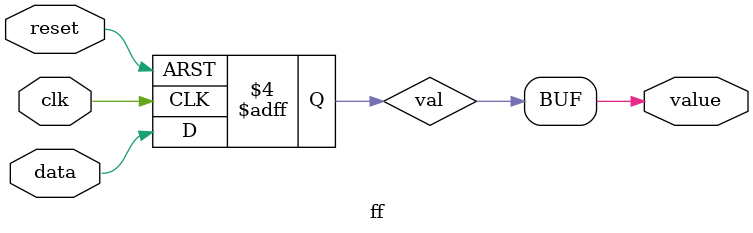
<source format=v>
module ff(
    input data,
    input clk,
    input reset,
    output value
);
reg val = 1'b0;

always @(posedge clk or posedge reset)
begin
    if(reset == 1'b1)
        val = 1'b0;
    else
        val = data;
end

assign value = val;
endmodule

</source>
